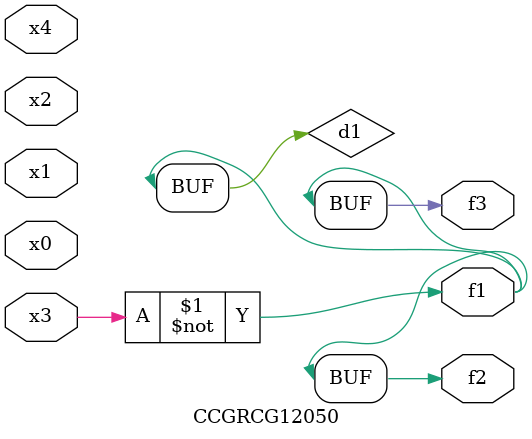
<source format=v>
module CCGRCG12050(
	input x0, x1, x2, x3, x4,
	output f1, f2, f3
);

	wire d1, d2;

	xnor (d1, x3);
	not (d2, x1);
	assign f1 = d1;
	assign f2 = d1;
	assign f3 = d1;
endmodule

</source>
